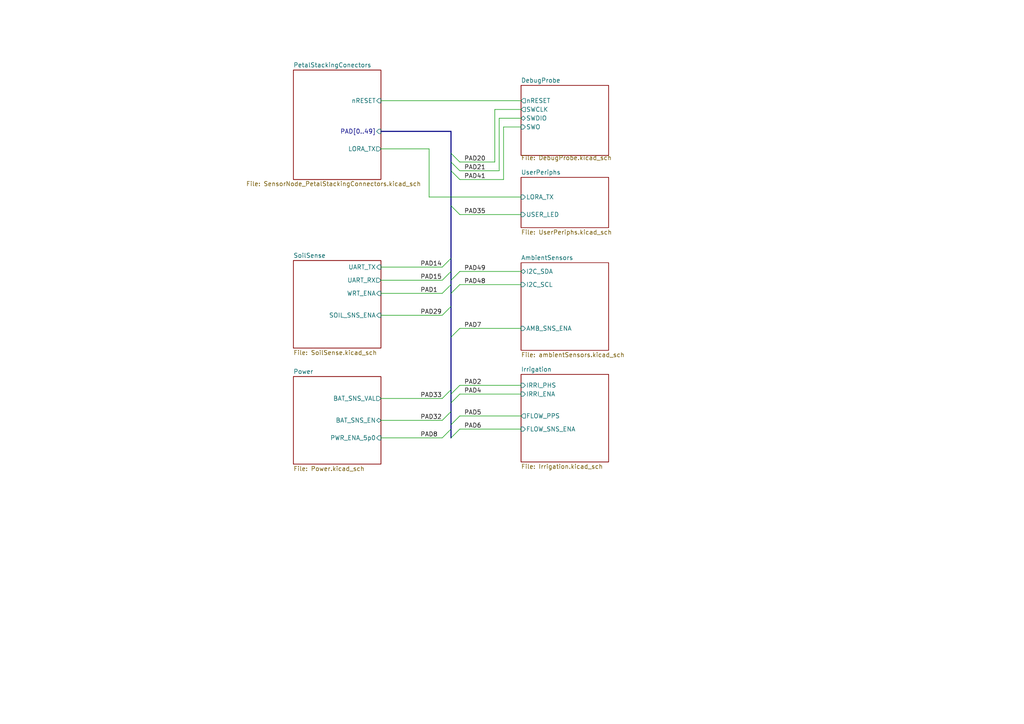
<source format=kicad_sch>
(kicad_sch
	(version 20250114)
	(generator "eeschema")
	(generator_version "9.0")
	(uuid "6b347550-6a02-4d2d-97d7-e1cbb1403859")
	(paper "A4")
	(title_block
		(title "SproutSyncProto-A-01")
		(date "2025-07-16")
		(rev "0.1")
		(company "SproutSync LTD")
		(comment 1 "ALL RIGHTS RESERVED")
		(comment 2 "Drawn By: Thomas Sweeney")
		(comment 3 "R&D Check:")
		(comment 4 "MFG Check:")
		(comment 5 "Program: SproutSync MVP")
		(comment 6 "Drawing Number: SCH-001-002-A")
	)
	(lib_symbols)
	(bus_entry
		(at 128.27 77.47)
		(size 2.54 -2.54)
		(stroke
			(width 0)
			(type default)
		)
		(uuid "0028ff03-b490-4657-a0cb-fc9c935c0b41")
	)
	(bus_entry
		(at 130.81 127)
		(size 2.54 -2.54)
		(stroke
			(width 0)
			(type default)
		)
		(uuid "0281241d-1499-4377-af0b-b162fdde728a")
	)
	(bus_entry
		(at 130.81 49.53)
		(size 2.54 2.54)
		(stroke
			(width 0)
			(type default)
		)
		(uuid "09ca5c4b-7b25-44e0-8c24-a8f6f8645296")
	)
	(bus_entry
		(at 130.81 59.69)
		(size 2.54 2.54)
		(stroke
			(width 0)
			(type default)
		)
		(uuid "178ca09a-1c3e-48c5-a836-9b3d5348c673")
	)
	(bus_entry
		(at 128.27 91.44)
		(size 2.54 -2.54)
		(stroke
			(width 0)
			(type default)
		)
		(uuid "1956552c-158f-4cda-80a5-f593e0224fb9")
	)
	(bus_entry
		(at 128.27 85.09)
		(size 2.54 -2.54)
		(stroke
			(width 0)
			(type default)
		)
		(uuid "1b56029c-3377-40a0-a889-35ef3d14fa0d")
	)
	(bus_entry
		(at 130.81 116.84)
		(size 2.54 -2.54)
		(stroke
			(width 0)
			(type default)
		)
		(uuid "1f9126c0-e13c-4c6f-acdf-ba84366c369c")
	)
	(bus_entry
		(at 130.81 123.19)
		(size 2.54 -2.54)
		(stroke
			(width 0)
			(type default)
		)
		(uuid "297676ac-af9e-4467-84d0-3f31663a2bf9")
	)
	(bus_entry
		(at 128.27 81.28)
		(size 2.54 -2.54)
		(stroke
			(width 0)
			(type default)
		)
		(uuid "2dac9332-aa4f-4fe7-a5f5-d26635a970e0")
	)
	(bus_entry
		(at 130.81 85.09)
		(size 2.54 -2.54)
		(stroke
			(width 0)
			(type default)
		)
		(uuid "5450233d-20ed-4d80-a67d-968bc9f40220")
	)
	(bus_entry
		(at 130.81 46.99)
		(size 2.54 2.54)
		(stroke
			(width 0)
			(type default)
		)
		(uuid "80faad18-c723-4c72-8dd2-c7861a5c42f6")
	)
	(bus_entry
		(at 130.81 97.79)
		(size 2.54 -2.54)
		(stroke
			(width 0)
			(type default)
		)
		(uuid "85cda32f-e321-44ec-8a53-8dc46c013678")
	)
	(bus_entry
		(at 130.81 81.28)
		(size 2.54 -2.54)
		(stroke
			(width 0)
			(type default)
		)
		(uuid "8b737075-165a-4717-8c7e-ff373e3fb73b")
	)
	(bus_entry
		(at 128.27 121.92)
		(size 2.54 -2.54)
		(stroke
			(width 0)
			(type default)
		)
		(uuid "b1edffc5-97f9-468a-9d31-830cda043162")
	)
	(bus_entry
		(at 128.27 115.57)
		(size 2.54 -2.54)
		(stroke
			(width 0)
			(type default)
		)
		(uuid "bc3451dc-9f55-4843-b514-ff74822a65d2")
	)
	(bus_entry
		(at 130.81 44.45)
		(size 2.54 2.54)
		(stroke
			(width 0)
			(type default)
		)
		(uuid "cbd16727-a734-43a2-a108-16ff6ea46f58")
	)
	(bus_entry
		(at 128.27 127)
		(size 2.54 -2.54)
		(stroke
			(width 0)
			(type default)
		)
		(uuid "e0e1b25c-4249-4320-b0dd-83c95416879e")
	)
	(bus_entry
		(at 130.81 114.3)
		(size 2.54 -2.54)
		(stroke
			(width 0)
			(type default)
		)
		(uuid "e2d006e3-805a-4d37-a7eb-41fc5f90fca7")
	)
	(bus
		(pts
			(xy 130.81 113.03) (xy 130.81 114.3)
		)
		(stroke
			(width 0)
			(type default)
		)
		(uuid "027a62e7-90c0-470a-b8ab-4bf46ed5ddc2")
	)
	(wire
		(pts
			(xy 110.49 29.21) (xy 151.13 29.21)
		)
		(stroke
			(width 0)
			(type default)
		)
		(uuid "0687a8b7-f82e-4df8-91cd-3c9db78ad945")
	)
	(wire
		(pts
			(xy 133.35 114.3) (xy 151.13 114.3)
		)
		(stroke
			(width 0)
			(type default)
		)
		(uuid "07b6bae5-40bc-4cae-9daf-ea61d5b47511")
	)
	(bus
		(pts
			(xy 130.81 38.1) (xy 130.81 44.45)
		)
		(stroke
			(width 0)
			(type default)
		)
		(uuid "0b50d1f4-bbaa-46e5-aca0-02925c467359")
	)
	(bus
		(pts
			(xy 130.81 119.38) (xy 130.81 123.19)
		)
		(stroke
			(width 0)
			(type default)
		)
		(uuid "0bd21e20-c31c-42a6-bae1-cdfed2b356a8")
	)
	(wire
		(pts
			(xy 110.49 115.57) (xy 128.27 115.57)
		)
		(stroke
			(width 0)
			(type default)
		)
		(uuid "0e3f2d92-9124-48b9-ba1f-2610cf63f4f2")
	)
	(wire
		(pts
			(xy 133.35 62.23) (xy 151.13 62.23)
		)
		(stroke
			(width 0)
			(type default)
		)
		(uuid "169069b1-1014-4d50-be4c-74d61b4e9bce")
	)
	(bus
		(pts
			(xy 130.81 78.74) (xy 130.81 81.28)
		)
		(stroke
			(width 0)
			(type default)
		)
		(uuid "25be2577-a164-404a-97ea-04f67eae3056")
	)
	(bus
		(pts
			(xy 110.49 38.1) (xy 130.81 38.1)
		)
		(stroke
			(width 0)
			(type default)
		)
		(uuid "28a1fb65-cd88-47a2-8b20-d69df24ed19d")
	)
	(wire
		(pts
			(xy 151.13 36.83) (xy 146.05 36.83)
		)
		(stroke
			(width 0)
			(type default)
		)
		(uuid "2ad3262c-a096-4b03-9b36-a94c847a99b8")
	)
	(wire
		(pts
			(xy 133.35 49.53) (xy 144.78 49.53)
		)
		(stroke
			(width 0)
			(type default)
		)
		(uuid "31a286e5-8a33-4758-8b29-45c497d5eda7")
	)
	(wire
		(pts
			(xy 146.05 36.83) (xy 146.05 52.07)
		)
		(stroke
			(width 0)
			(type default)
		)
		(uuid "3555cd0c-aa39-4c73-a538-9cc1ebe52582")
	)
	(wire
		(pts
			(xy 110.49 91.44) (xy 128.27 91.44)
		)
		(stroke
			(width 0)
			(type default)
		)
		(uuid "3b46acd6-8d26-41e2-bd9e-ebd0becea50f")
	)
	(wire
		(pts
			(xy 133.35 95.25) (xy 151.13 95.25)
		)
		(stroke
			(width 0)
			(type default)
		)
		(uuid "44407e84-a8d3-4202-9faf-4de594407e65")
	)
	(wire
		(pts
			(xy 110.49 43.18) (xy 124.46 43.18)
		)
		(stroke
			(width 0)
			(type default)
		)
		(uuid "48b58001-4e64-4263-bcd7-b1f2536ad252")
	)
	(bus
		(pts
			(xy 130.81 123.19) (xy 130.81 124.46)
		)
		(stroke
			(width 0)
			(type default)
		)
		(uuid "4a6a3f72-1c3e-4eef-9a91-8fa4a06725d5")
	)
	(bus
		(pts
			(xy 130.81 114.3) (xy 130.81 116.84)
		)
		(stroke
			(width 0)
			(type default)
		)
		(uuid "4d2813c7-4d41-4fa1-81e6-3343979856dd")
	)
	(wire
		(pts
			(xy 133.35 46.99) (xy 143.51 46.99)
		)
		(stroke
			(width 0)
			(type default)
		)
		(uuid "60d21e06-daea-4725-8d91-d38b2551c045")
	)
	(wire
		(pts
			(xy 143.51 31.75) (xy 143.51 46.99)
		)
		(stroke
			(width 0)
			(type default)
		)
		(uuid "6874278a-767e-460b-9497-ec90d484844d")
	)
	(bus
		(pts
			(xy 130.81 46.99) (xy 130.81 49.53)
		)
		(stroke
			(width 0)
			(type default)
		)
		(uuid "6b017dec-dffc-414c-9b18-d221f5e820d8")
	)
	(wire
		(pts
			(xy 151.13 31.75) (xy 143.51 31.75)
		)
		(stroke
			(width 0)
			(type default)
		)
		(uuid "73814b98-fcec-4369-a15d-4e3f6a7aa887")
	)
	(wire
		(pts
			(xy 110.49 127) (xy 128.27 127)
		)
		(stroke
			(width 0)
			(type default)
		)
		(uuid "7e409b85-9280-4978-918b-b33620730832")
	)
	(wire
		(pts
			(xy 124.46 43.18) (xy 124.46 57.15)
		)
		(stroke
			(width 0)
			(type default)
		)
		(uuid "8d6e256c-68c1-471f-a718-e9089c3e3b4a")
	)
	(wire
		(pts
			(xy 133.35 52.07) (xy 146.05 52.07)
		)
		(stroke
			(width 0)
			(type default)
		)
		(uuid "8f1ce77e-1174-42df-aa44-e0f37c5de4df")
	)
	(wire
		(pts
			(xy 133.35 82.55) (xy 151.13 82.55)
		)
		(stroke
			(width 0)
			(type default)
		)
		(uuid "9082aa15-c0bc-418d-bbc6-744660a8c468")
	)
	(wire
		(pts
			(xy 110.49 85.09) (xy 128.27 85.09)
		)
		(stroke
			(width 0)
			(type default)
		)
		(uuid "9e27ddf0-792b-4054-882d-856fae681b34")
	)
	(wire
		(pts
			(xy 133.35 78.74) (xy 151.13 78.74)
		)
		(stroke
			(width 0)
			(type default)
		)
		(uuid "9f91df26-ec2b-4d25-8793-5cf4b766763b")
	)
	(bus
		(pts
			(xy 130.81 85.09) (xy 130.81 88.9)
		)
		(stroke
			(width 0)
			(type default)
		)
		(uuid "ab991ca7-dc36-4be9-966d-4a7845ac7c32")
	)
	(bus
		(pts
			(xy 130.81 49.53) (xy 130.81 59.69)
		)
		(stroke
			(width 0)
			(type default)
		)
		(uuid "b1d5b488-2943-4152-ad6f-35101a287059")
	)
	(wire
		(pts
			(xy 133.35 120.65) (xy 151.13 120.65)
		)
		(stroke
			(width 0)
			(type default)
		)
		(uuid "b89a873f-072c-4952-85d9-e667e4f22dc7")
	)
	(wire
		(pts
			(xy 133.35 111.76) (xy 151.13 111.76)
		)
		(stroke
			(width 0)
			(type default)
		)
		(uuid "ba475e9e-240d-477f-aedd-c91af1cd96b0")
	)
	(wire
		(pts
			(xy 144.78 34.29) (xy 144.78 49.53)
		)
		(stroke
			(width 0)
			(type default)
		)
		(uuid "c293b235-c88f-417a-9ec0-c8fd612fa76f")
	)
	(wire
		(pts
			(xy 151.13 34.29) (xy 144.78 34.29)
		)
		(stroke
			(width 0)
			(type default)
		)
		(uuid "c415730c-74bc-4b2f-8f1b-f29f93058315")
	)
	(wire
		(pts
			(xy 110.49 121.92) (xy 128.27 121.92)
		)
		(stroke
			(width 0)
			(type default)
		)
		(uuid "c55c59d8-51dc-4a77-a23d-4067382f9866")
	)
	(wire
		(pts
			(xy 110.49 81.28) (xy 128.27 81.28)
		)
		(stroke
			(width 0)
			(type default)
		)
		(uuid "cc89bb3d-4a8b-42f4-9b66-0cf9c1b4c8be")
	)
	(wire
		(pts
			(xy 133.35 124.46) (xy 151.13 124.46)
		)
		(stroke
			(width 0)
			(type default)
		)
		(uuid "d78e794c-fa50-46f7-9016-f60c08460485")
	)
	(wire
		(pts
			(xy 124.46 57.15) (xy 151.13 57.15)
		)
		(stroke
			(width 0)
			(type default)
		)
		(uuid "e33fe89f-e461-4381-a447-1560518137d9")
	)
	(bus
		(pts
			(xy 130.81 88.9) (xy 130.81 97.79)
		)
		(stroke
			(width 0)
			(type default)
		)
		(uuid "e8a04d2d-081c-4761-a1ee-516444ba4bdc")
	)
	(bus
		(pts
			(xy 130.81 124.46) (xy 130.81 127)
		)
		(stroke
			(width 0)
			(type default)
		)
		(uuid "e8ae3974-5f34-40c2-ac15-fa40c73aba8a")
	)
	(bus
		(pts
			(xy 130.81 82.55) (xy 130.81 85.09)
		)
		(stroke
			(width 0)
			(type default)
		)
		(uuid "f04fee0c-9882-48d8-afee-53ee01f6aee7")
	)
	(bus
		(pts
			(xy 130.81 81.28) (xy 130.81 82.55)
		)
		(stroke
			(width 0)
			(type default)
		)
		(uuid "f27ff8d8-8b29-4612-8172-dc7feb60caea")
	)
	(bus
		(pts
			(xy 130.81 97.79) (xy 130.81 113.03)
		)
		(stroke
			(width 0)
			(type default)
		)
		(uuid "f731c588-c4cc-4f5e-a127-dc1d0871c1b7")
	)
	(wire
		(pts
			(xy 110.49 77.47) (xy 128.27 77.47)
		)
		(stroke
			(width 0)
			(type default)
		)
		(uuid "f80681b0-dd95-4810-9ef9-74c223319f08")
	)
	(bus
		(pts
			(xy 130.81 44.45) (xy 130.81 46.99)
		)
		(stroke
			(width 0)
			(type default)
		)
		(uuid "f8bba1d8-63a0-4d5b-8ffc-2a24762c9be9")
	)
	(bus
		(pts
			(xy 130.81 116.84) (xy 130.81 119.38)
		)
		(stroke
			(width 0)
			(type default)
		)
		(uuid "fe5f95be-5da7-43fd-8ae8-1bff110034b1")
	)
	(bus
		(pts
			(xy 130.81 59.69) (xy 130.81 74.93)
		)
		(stroke
			(width 0)
			(type default)
		)
		(uuid "ff5c0fe0-0c30-429e-9f1b-02ac95b3a910")
	)
	(bus
		(pts
			(xy 130.81 74.93) (xy 130.81 78.74)
		)
		(stroke
			(width 0)
			(type default)
		)
		(uuid "ffa0c61c-fc02-4d67-8ce7-6ea1653f42c7")
	)
	(label "PAD7"
		(at 134.62 95.25 0)
		(effects
			(font
				(size 1.27 1.27)
			)
			(justify left bottom)
		)
		(uuid "14730c2d-b507-4c0e-92f3-b80ada93eae9")
	)
	(label "PAD1"
		(at 121.92 85.09 0)
		(effects
			(font
				(size 1.27 1.27)
			)
			(justify left bottom)
		)
		(uuid "1bb020b5-9fea-4a34-b11a-42e039792e65")
	)
	(label "PAD21"
		(at 134.62 49.53 0)
		(effects
			(font
				(size 1.27 1.27)
			)
			(justify left bottom)
		)
		(uuid "1e85c907-b994-4754-bfee-282284b6bc13")
	)
	(label "PAD20"
		(at 134.62 46.99 0)
		(effects
			(font
				(size 1.27 1.27)
			)
			(justify left bottom)
		)
		(uuid "23a39e1f-4f4e-43ab-b2cc-2029163523a1")
	)
	(label "PAD35"
		(at 134.62 62.23 0)
		(effects
			(font
				(size 1.27 1.27)
			)
			(justify left bottom)
		)
		(uuid "397918ce-85a4-4a5e-b4e8-bc6b9041703f")
	)
	(label "PAD15"
		(at 121.92 81.28 0)
		(effects
			(font
				(size 1.27 1.27)
			)
			(justify left bottom)
		)
		(uuid "4258a360-c9a6-4aad-912a-3c63d260e89f")
	)
	(label "PAD6"
		(at 134.62 124.46 0)
		(effects
			(font
				(size 1.27 1.27)
			)
			(justify left bottom)
		)
		(uuid "58590a19-8ce4-49c1-b620-8101b5a713db")
	)
	(label "PAD49"
		(at 134.62 78.74 0)
		(effects
			(font
				(size 1.27 1.27)
			)
			(justify left bottom)
		)
		(uuid "60797cec-be49-409e-851f-f1d0c76da39d")
	)
	(label "PAD29"
		(at 121.92 91.44 0)
		(effects
			(font
				(size 1.27 1.27)
			)
			(justify left bottom)
		)
		(uuid "63e85601-181f-4633-8d34-037bd78a5959")
	)
	(label "PAD33"
		(at 121.92 115.57 0)
		(effects
			(font
				(size 1.27 1.27)
			)
			(justify left bottom)
		)
		(uuid "83f4c383-efb9-41af-9f5e-e8f2dc592188")
	)
	(label "PAD32"
		(at 121.92 121.92 0)
		(effects
			(font
				(size 1.27 1.27)
			)
			(justify left bottom)
		)
		(uuid "906c7b8c-1dc9-4fc2-8c9a-ad5e74c152ea")
	)
	(label "PAD2"
		(at 134.62 111.76 0)
		(effects
			(font
				(size 1.27 1.27)
			)
			(justify left bottom)
		)
		(uuid "910a6a2e-92a6-4518-881b-fcc98f992841")
	)
	(label "PAD48"
		(at 134.62 82.55 0)
		(effects
			(font
				(size 1.27 1.27)
			)
			(justify left bottom)
		)
		(uuid "9c444b8d-30fa-417d-935a-1f20361072c3")
	)
	(label "PAD4"
		(at 134.62 114.3 0)
		(effects
			(font
				(size 1.27 1.27)
			)
			(justify left bottom)
		)
		(uuid "a4be7ae6-7e93-452f-bdb4-9a19dc04966c")
	)
	(label "PAD5"
		(at 134.62 120.65 0)
		(effects
			(font
				(size 1.27 1.27)
			)
			(justify left bottom)
		)
		(uuid "b386808a-61a4-47be-bae7-555543d07bb8")
	)
	(label "PAD14"
		(at 121.92 77.47 0)
		(effects
			(font
				(size 1.27 1.27)
			)
			(justify left bottom)
		)
		(uuid "bf28554f-ab4f-485b-a2d3-a5d1a40fdbe5")
	)
	(label "PAD8"
		(at 121.92 127 0)
		(effects
			(font
				(size 1.27 1.27)
			)
			(justify left bottom)
		)
		(uuid "debc1bd9-5106-43ff-80e6-38cf203428b2")
	)
	(label "PAD41"
		(at 134.62 52.07 0)
		(effects
			(font
				(size 1.27 1.27)
			)
			(justify left bottom)
		)
		(uuid "f389ed58-f124-4cbd-a22c-b6f740f0d1dc")
	)
	(sheet
		(at 85.09 20.32)
		(size 25.4 31.75)
		(exclude_from_sim no)
		(in_bom yes)
		(on_board yes)
		(dnp no)
		(stroke
			(width 0.1524)
			(type solid)
		)
		(fill
			(color 0 0 0 0.0000)
		)
		(uuid "25175014-0a25-4d25-a8eb-172d74801ff1")
		(property "Sheetname" "PetalStackingConectors"
			(at 85.09 19.6084 0)
			(effects
				(font
					(size 1.27 1.27)
				)
				(justify left bottom)
			)
		)
		(property "Sheetfile" "SensorNode_PetalStackingConnectors.kicad_sch"
			(at 71.374 52.578 0)
			(effects
				(font
					(size 1.27 1.27)
				)
				(justify left top)
			)
		)
		(pin "PAD[0..49]" input
			(at 110.49 38.1 0)
			(uuid "d97ff1c9-cb91-440d-aef2-a302592fcb36")
			(effects
				(font
					(size 1.27 1.27)
				)
				(justify right)
			)
		)
		(pin "LORA_TX" output
			(at 110.49 43.18 0)
			(uuid "fcf2437a-faa7-4d77-9ffa-58f8b80e0860")
			(effects
				(font
					(size 1.27 1.27)
				)
				(justify right)
			)
		)
		(pin "nRESET" input
			(at 110.49 29.21 0)
			(uuid "f0141084-80cf-4b88-8eb5-2e37efcf55fe")
			(effects
				(font
					(size 1.27 1.27)
				)
				(justify right)
			)
		)
		(instances
			(project "SproutSync_SensorNode"
				(path "/6b347550-6a02-4d2d-97d7-e1cbb1403859"
					(page "2")
				)
			)
		)
	)
	(sheet
		(at 151.13 76.2)
		(size 25.4 25.4)
		(exclude_from_sim no)
		(in_bom yes)
		(on_board yes)
		(dnp no)
		(fields_autoplaced yes)
		(stroke
			(width 0.1524)
			(type solid)
		)
		(fill
			(color 0 0 0 0.0000)
		)
		(uuid "5964c497-bde5-4a59-949a-5e4657b62cf8")
		(property "Sheetname" "AmbientSensors"
			(at 151.13 75.4884 0)
			(effects
				(font
					(size 1.27 1.27)
				)
				(justify left bottom)
			)
		)
		(property "Sheetfile" "ambientSensors.kicad_sch"
			(at 151.13 102.1846 0)
			(effects
				(font
					(size 1.27 1.27)
				)
				(justify left top)
			)
		)
		(pin "I2C_SDA" bidirectional
			(at 151.13 78.74 180)
			(uuid "fc617004-d370-440f-9561-a185526ad334")
			(effects
				(font
					(size 1.27 1.27)
				)
				(justify left)
			)
		)
		(pin "I2C_SCL" input
			(at 151.13 82.55 180)
			(uuid "72bba2b6-bd68-460a-9b17-fddc5839986a")
			(effects
				(font
					(size 1.27 1.27)
				)
				(justify left)
			)
		)
		(pin "AMB_SNS_ENA" input
			(at 151.13 95.25 180)
			(uuid "d5d27f2e-e345-47b3-93ec-4ceca8e26829")
			(effects
				(font
					(size 1.27 1.27)
				)
				(justify left)
			)
		)
		(instances
			(project "SproutSync_SensorNode"
				(path "/6b347550-6a02-4d2d-97d7-e1cbb1403859"
					(page "4")
				)
			)
		)
	)
	(sheet
		(at 151.13 51.435)
		(size 25.4 14.605)
		(exclude_from_sim no)
		(in_bom yes)
		(on_board yes)
		(dnp no)
		(fields_autoplaced yes)
		(stroke
			(width 0.1524)
			(type solid)
		)
		(fill
			(color 0 0 0 0.0000)
		)
		(uuid "5e9c2cd3-68ff-49a8-972e-766aa26b1059")
		(property "Sheetname" "UserPeriphs"
			(at 151.13 50.7234 0)
			(effects
				(font
					(size 1.27 1.27)
				)
				(justify left bottom)
			)
		)
		(property "Sheetfile" "UserPeriphs.kicad_sch"
			(at 151.13 66.6246 0)
			(effects
				(font
					(size 1.27 1.27)
				)
				(justify left top)
			)
		)
		(pin "LORA_TX" input
			(at 151.13 57.15 180)
			(uuid "4423f23e-ebe7-4026-b6bf-cafb3f40450f")
			(effects
				(font
					(size 1.27 1.27)
				)
				(justify left)
			)
		)
		(pin "USER_LED" input
			(at 151.13 62.23 180)
			(uuid "746b06df-425e-4abd-b09f-00a2be35f7a6")
			(effects
				(font
					(size 1.27 1.27)
				)
				(justify left)
			)
		)
		(instances
			(project "SproutSync_SensorNode"
				(path "/6b347550-6a02-4d2d-97d7-e1cbb1403859"
					(page "8")
				)
			)
		)
	)
	(sheet
		(at 85.09 109.22)
		(size 25.4 25.4)
		(exclude_from_sim no)
		(in_bom yes)
		(on_board yes)
		(dnp no)
		(fields_autoplaced yes)
		(stroke
			(width 0.1524)
			(type solid)
		)
		(fill
			(color 0 0 0 0.0000)
		)
		(uuid "8aac59c9-744f-46ff-a9bf-5095a50423d5")
		(property "Sheetname" "Power"
			(at 85.09 108.5084 0)
			(effects
				(font
					(size 1.27 1.27)
				)
				(justify left bottom)
			)
		)
		(property "Sheetfile" "Power.kicad_sch"
			(at 85.09 135.2046 0)
			(effects
				(font
					(size 1.27 1.27)
				)
				(justify left top)
			)
		)
		(pin "BAT_SNS_VAL" output
			(at 110.49 115.57 0)
			(uuid "c4538d5e-f802-424b-b793-8676dc20c1fc")
			(effects
				(font
					(size 1.27 1.27)
				)
				(justify right)
			)
		)
		(pin "BAT_SNS_EN" tri_state
			(at 110.49 121.92 0)
			(uuid "f9cae170-0379-488c-be59-0166a43a52c3")
			(effects
				(font
					(size 1.27 1.27)
				)
				(justify right)
			)
		)
		(pin "PWR_ENA_5p0" input
			(at 110.49 127 0)
			(uuid "8bc1e66c-a907-4b30-9817-9c6a44d7c70f")
			(effects
				(font
					(size 1.27 1.27)
				)
				(justify right)
			)
		)
		(instances
			(project "SproutSync_SensorNode"
				(path "/6b347550-6a02-4d2d-97d7-e1cbb1403859"
					(page "5")
				)
			)
		)
	)
	(sheet
		(at 151.13 108.585)
		(size 25.4 25.4)
		(exclude_from_sim no)
		(in_bom yes)
		(on_board yes)
		(dnp no)
		(fields_autoplaced yes)
		(stroke
			(width 0.1524)
			(type solid)
		)
		(fill
			(color 0 0 0 0.0000)
		)
		(uuid "9ef6077e-8e4d-44a4-9f0b-965a8df65553")
		(property "Sheetname" "Irrigation"
			(at 151.13 107.8734 0)
			(effects
				(font
					(size 1.27 1.27)
				)
				(justify left bottom)
			)
		)
		(property "Sheetfile" "Irrigation.kicad_sch"
			(at 151.13 134.5696 0)
			(effects
				(font
					(size 1.27 1.27)
				)
				(justify left top)
			)
		)
		(pin "FLOW_PPS" output
			(at 151.13 120.65 180)
			(uuid "ed0f8d91-9441-4fde-9307-1ef6e1dfca2a")
			(effects
				(font
					(size 1.27 1.27)
				)
				(justify left)
			)
		)
		(pin "FLOW_SNS_ENA" input
			(at 151.13 124.46 180)
			(uuid "7b07c9ff-c9bd-4951-832f-97082591b4d8")
			(effects
				(font
					(size 1.27 1.27)
				)
				(justify left)
			)
		)
		(pin "IRRI_ENA" input
			(at 151.13 114.3 180)
			(uuid "81ae6ab7-5b8d-4e0d-affe-6d7b9bc37368")
			(effects
				(font
					(size 1.27 1.27)
				)
				(justify left)
			)
		)
		(pin "IRRI_PHS" input
			(at 151.13 111.76 180)
			(uuid "21f5a8d2-bff3-4f33-94e3-e77116524079")
			(effects
				(font
					(size 1.27 1.27)
				)
				(justify left)
			)
		)
		(instances
			(project "SproutSync_SensorNode"
				(path "/6b347550-6a02-4d2d-97d7-e1cbb1403859"
					(page "7")
				)
			)
		)
	)
	(sheet
		(at 151.13 24.765)
		(size 25.4 20.32)
		(exclude_from_sim no)
		(in_bom yes)
		(on_board yes)
		(dnp no)
		(fields_autoplaced yes)
		(stroke
			(width 0.1524)
			(type solid)
		)
		(fill
			(color 0 0 0 0.0000)
		)
		(uuid "a756c159-ba2f-4b88-9b42-3ae8d7fc2cb0")
		(property "Sheetname" "DebugProbe"
			(at 151.13 24.0534 0)
			(effects
				(font
					(size 1.27 1.27)
				)
				(justify left bottom)
			)
		)
		(property "Sheetfile" "DebugProbe.kicad_sch"
			(at 151.13 45.0346 0)
			(effects
				(font
					(size 1.27 1.27)
				)
				(justify left top)
			)
		)
		(pin "nRESET" output
			(at 151.13 29.21 180)
			(uuid "eea2377b-8f16-4e40-a4a2-df4180386488")
			(effects
				(font
					(size 1.27 1.27)
				)
				(justify left)
			)
		)
		(pin "SWCLK" output
			(at 151.13 31.75 180)
			(uuid "bc1c52e1-328c-4cd8-935c-044d18133ed7")
			(effects
				(font
					(size 1.27 1.27)
				)
				(justify left)
			)
		)
		(pin "SWDIO" bidirectional
			(at 151.13 34.29 180)
			(uuid "aa7afdb9-ccc0-4aa6-b04b-47ff4e04494f")
			(effects
				(font
					(size 1.27 1.27)
				)
				(justify left)
			)
		)
		(pin "SWO" input
			(at 151.13 36.83 180)
			(uuid "2c345b3b-bbbc-4bc4-b244-a9cf711abf83")
			(effects
				(font
					(size 1.27 1.27)
				)
				(justify left)
			)
		)
		(instances
			(project "SproutSync_SensorNode"
				(path "/6b347550-6a02-4d2d-97d7-e1cbb1403859"
					(page "8")
				)
			)
		)
	)
	(sheet
		(at 85.09 75.565)
		(size 25.4 25.4)
		(exclude_from_sim no)
		(in_bom yes)
		(on_board yes)
		(dnp no)
		(fields_autoplaced yes)
		(stroke
			(width 0.1524)
			(type solid)
		)
		(fill
			(color 0 0 0 0.0000)
		)
		(uuid "d659453f-7045-46b0-8679-494bdd2f1495")
		(property "Sheetname" "SoilSense"
			(at 85.09 74.8534 0)
			(effects
				(font
					(size 1.27 1.27)
				)
				(justify left bottom)
			)
		)
		(property "Sheetfile" "SoilSense.kicad_sch"
			(at 85.09 101.5496 0)
			(effects
				(font
					(size 1.27 1.27)
				)
				(justify left top)
			)
		)
		(pin "SOIL_SNS_ENA" input
			(at 110.49 91.44 0)
			(uuid "4204c883-bda3-45a7-b45f-1f83e31a9388")
			(effects
				(font
					(size 1.27 1.27)
				)
				(justify right)
			)
		)
		(pin "UART_RX" output
			(at 110.49 81.28 0)
			(uuid "8bbe8fe3-6828-43d9-8400-0105a7c95e74")
			(effects
				(font
					(size 1.27 1.27)
				)
				(justify right)
			)
		)
		(pin "UART_TX" input
			(at 110.49 77.47 0)
			(uuid "ba90cf69-2693-4a21-9531-a192ed565d68")
			(effects
				(font
					(size 1.27 1.27)
				)
				(justify right)
			)
		)
		(pin "WRT_ENA" input
			(at 110.49 85.09 0)
			(uuid "8fe673cb-fc21-4670-b97d-2f62e42554d0")
			(effects
				(font
					(size 1.27 1.27)
				)
				(justify right)
			)
		)
		(instances
			(project "SproutSync_SensorNode"
				(path "/6b347550-6a02-4d2d-97d7-e1cbb1403859"
					(page "3")
				)
			)
		)
	)
	(sheet_instances
		(path "/"
			(page "1")
		)
	)
	(embedded_fonts no)
)

</source>
